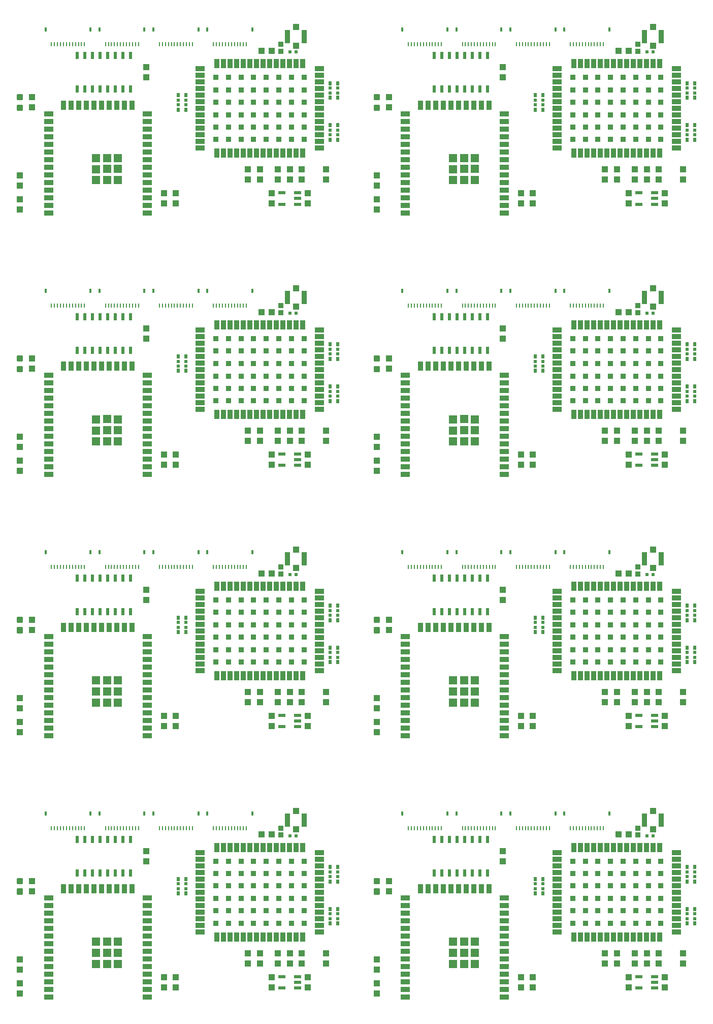
<source format=gtp>
G04 EAGLE Gerber RS-274X export*
G75*
%MOMM*%
%FSLAX34Y34*%
%LPD*%
%INSolderpaste Top*%
%IPPOS*%
%AMOC8*
5,1,8,0,0,1.08239X$1,22.5*%
G01*
%ADD10C,0.300000*%
%ADD11R,1.000000X1.100000*%
%ADD12R,0.900000X0.850000*%
%ADD13R,1.100000X1.000000*%
%ADD14R,0.600000X0.600000*%
%ADD15R,0.850000X1.520000*%
%ADD16R,1.520000X0.850000*%
%ADD17R,0.900000X0.900000*%
%ADD18R,0.550000X0.800000*%
%ADD19R,0.550000X0.500000*%
%ADD20R,0.850000X2.200000*%
%ADD21R,1.000000X1.050000*%
%ADD22R,0.600000X1.200000*%
%ADD23R,0.400000X0.800000*%
%ADD24R,0.250000X0.650000*%
%ADD25R,1.200000X0.550000*%
%ADD26R,1.500000X0.900000*%
%ADD27R,0.900000X1.500000*%
%ADD28R,1.330000X1.330000*%


D10*
X31500Y254730D02*
X38500Y254730D01*
X38500Y247730D01*
X31500Y247730D01*
X31500Y254730D01*
X31500Y250580D02*
X38500Y250580D01*
X38500Y253430D02*
X31500Y253430D01*
X31500Y272270D02*
X38500Y272270D01*
X38500Y265270D01*
X31500Y265270D01*
X31500Y272270D01*
X31500Y268120D02*
X38500Y268120D01*
X38500Y270970D02*
X31500Y270970D01*
D11*
X55000Y268500D03*
X55000Y251500D03*
X505000Y131500D03*
X505000Y148500D03*
X485000Y131500D03*
X485000Y148500D03*
D12*
X470000Y345200D03*
X470000Y356800D03*
D13*
X454500Y346000D03*
X437500Y346000D03*
D11*
X465000Y131500D03*
X465000Y148500D03*
D14*
X495000Y344000D03*
X485000Y344000D03*
D15*
X506500Y324500D03*
X495500Y324500D03*
X484500Y324500D03*
X473500Y324500D03*
X462500Y324500D03*
X451500Y324500D03*
X440500Y324500D03*
X429500Y324500D03*
X418500Y324500D03*
X407500Y324500D03*
X396500Y324500D03*
X385500Y324500D03*
X374500Y324500D03*
X363500Y324500D03*
D16*
X335500Y316000D03*
X335500Y305000D03*
X335500Y294000D03*
X335500Y283000D03*
X335500Y272000D03*
X335500Y261000D03*
X335500Y250000D03*
X335500Y239000D03*
X335500Y228000D03*
X335500Y217000D03*
X335500Y206000D03*
X335500Y195000D03*
X335500Y184000D03*
D15*
X363500Y175500D03*
X374500Y175500D03*
X385500Y175500D03*
X396500Y175500D03*
X407500Y175500D03*
X418500Y175500D03*
X429500Y175500D03*
X440500Y175500D03*
X451500Y175500D03*
X462500Y175500D03*
X473500Y175500D03*
X484500Y175500D03*
X495500Y175500D03*
X506500Y175500D03*
D16*
X534500Y184000D03*
X534500Y195000D03*
X534500Y206000D03*
X534500Y217000D03*
X534500Y228000D03*
X534500Y239000D03*
X534500Y250000D03*
X534500Y261000D03*
X534500Y272000D03*
X534500Y283000D03*
X534500Y294000D03*
X534500Y305000D03*
X534500Y316000D03*
D17*
X445500Y239500D03*
X466500Y239500D03*
X487500Y239500D03*
X508500Y239500D03*
X445500Y219000D03*
X466500Y219000D03*
X487500Y219000D03*
X508500Y219000D03*
X445500Y198500D03*
X466500Y198500D03*
X487500Y198500D03*
X508500Y198500D03*
X445500Y301500D03*
X466500Y301500D03*
X487500Y301500D03*
X508500Y301500D03*
X445500Y281000D03*
X466500Y281000D03*
X487500Y281000D03*
X508500Y281000D03*
X445500Y260500D03*
X466500Y260500D03*
X487500Y260500D03*
X508500Y260500D03*
X361500Y239500D03*
X382500Y239500D03*
X403500Y239500D03*
X424500Y239500D03*
X361500Y219000D03*
X382500Y219000D03*
X403500Y219000D03*
X424500Y219000D03*
X361500Y198500D03*
X382500Y198500D03*
X403500Y198500D03*
X424500Y198500D03*
X361500Y301500D03*
X382500Y301500D03*
X403500Y301500D03*
X424500Y301500D03*
X361500Y281000D03*
X382500Y281000D03*
X403500Y281000D03*
X424500Y281000D03*
X361500Y260500D03*
X382500Y260500D03*
X403500Y260500D03*
X424500Y260500D03*
D11*
X415000Y148500D03*
X415000Y131500D03*
X435000Y131500D03*
X435000Y148500D03*
D18*
X551800Y222000D03*
D19*
X551800Y214000D03*
X551800Y206000D03*
D18*
X551800Y198000D03*
X564800Y198000D03*
D19*
X564800Y206000D03*
X564800Y214000D03*
D18*
X564800Y222000D03*
X551800Y292000D03*
D19*
X551800Y284000D03*
X551800Y276000D03*
D18*
X551800Y268000D03*
X564800Y268000D03*
D19*
X564800Y276000D03*
X564800Y284000D03*
D18*
X564800Y292000D03*
D11*
X545000Y148500D03*
X545000Y131500D03*
X295000Y91500D03*
X295000Y108500D03*
X275000Y91500D03*
X275000Y108500D03*
D18*
X298800Y272000D03*
D19*
X298800Y264000D03*
X298800Y256000D03*
D18*
X298800Y248000D03*
X311800Y248000D03*
D19*
X311800Y256000D03*
X311800Y264000D03*
D18*
X311800Y272000D03*
D11*
X515000Y91500D03*
X515000Y108500D03*
X455000Y108500D03*
X455000Y91500D03*
D20*
X508750Y370000D03*
X481250Y370000D03*
D21*
X495000Y354750D03*
X495000Y385250D03*
D22*
X219450Y338000D03*
X206750Y338000D03*
X194050Y338000D03*
X181350Y338000D03*
X168650Y338000D03*
X155950Y338000D03*
X143250Y338000D03*
X130550Y338000D03*
X130550Y282000D03*
X143250Y282000D03*
X155950Y282000D03*
X168650Y282000D03*
X181350Y282000D03*
X194050Y282000D03*
X206750Y282000D03*
X219450Y282000D03*
D11*
X245100Y301500D03*
X245100Y318500D03*
D23*
X152500Y381500D03*
D24*
X142500Y356500D03*
X137500Y356500D03*
D23*
X77500Y381500D03*
D24*
X132500Y356500D03*
X127500Y356500D03*
X122500Y356500D03*
X117500Y356500D03*
X112500Y356500D03*
X107500Y356500D03*
X102500Y356500D03*
X97500Y356500D03*
X92500Y356500D03*
X87500Y356500D03*
D23*
X242500Y381500D03*
D24*
X232500Y356500D03*
X227500Y356500D03*
D23*
X167500Y381500D03*
D24*
X222500Y356500D03*
X217500Y356500D03*
X212500Y356500D03*
X207500Y356500D03*
X202500Y356500D03*
X197500Y356500D03*
X192500Y356500D03*
X187500Y356500D03*
X182500Y356500D03*
X177500Y356500D03*
D25*
X498001Y90500D03*
X498001Y100000D03*
X498001Y109500D03*
X471999Y109500D03*
X471999Y90500D03*
D23*
X422500Y381500D03*
D24*
X412500Y356500D03*
X407500Y356500D03*
D23*
X347500Y381500D03*
D24*
X402500Y356500D03*
X397500Y356500D03*
X392500Y356500D03*
X387500Y356500D03*
X382500Y356500D03*
X377500Y356500D03*
X372500Y356500D03*
X367500Y356500D03*
X362500Y356500D03*
X357500Y356500D03*
D26*
X247380Y75700D03*
X247380Y88400D03*
X247380Y101100D03*
X247380Y113800D03*
X247380Y126500D03*
X247380Y139200D03*
X247380Y151900D03*
X247380Y164600D03*
X247380Y177300D03*
X247380Y190000D03*
X247380Y202700D03*
X247380Y215400D03*
X247380Y228100D03*
X247380Y240800D03*
D27*
X222150Y255700D03*
X209450Y255700D03*
X196750Y255700D03*
X184050Y255700D03*
X171350Y255700D03*
X158650Y255700D03*
X145950Y255700D03*
X133250Y255700D03*
X120550Y255700D03*
X107850Y255700D03*
D26*
X82620Y240800D03*
X82620Y228100D03*
X82620Y215400D03*
X82620Y202700D03*
X82620Y190000D03*
X82620Y177300D03*
X82620Y164600D03*
X82620Y151900D03*
X82620Y139200D03*
X82620Y126500D03*
X82620Y113800D03*
X82620Y101100D03*
X82620Y88400D03*
X82620Y75700D03*
D28*
X180310Y149120D03*
X161860Y130910D03*
X180160Y130910D03*
X198460Y130910D03*
X198460Y149210D03*
X161760Y148910D03*
X161860Y167510D03*
X180160Y167610D03*
X198460Y167510D03*
D11*
X35000Y81500D03*
X35000Y98500D03*
X35000Y121500D03*
X35000Y138500D03*
D23*
X332500Y381500D03*
D24*
X322500Y356500D03*
X317500Y356500D03*
D23*
X257500Y381500D03*
D24*
X312500Y356500D03*
X307500Y356500D03*
X302500Y356500D03*
X297500Y356500D03*
X292500Y356500D03*
X287500Y356500D03*
X282500Y356500D03*
X277500Y356500D03*
X272500Y356500D03*
X267500Y356500D03*
D10*
X626571Y254730D02*
X633571Y254730D01*
X633571Y247730D01*
X626571Y247730D01*
X626571Y254730D01*
X626571Y250580D02*
X633571Y250580D01*
X633571Y253430D02*
X626571Y253430D01*
X626571Y272270D02*
X633571Y272270D01*
X633571Y265270D01*
X626571Y265270D01*
X626571Y272270D01*
X626571Y268120D02*
X633571Y268120D01*
X633571Y270970D02*
X626571Y270970D01*
D11*
X650071Y268500D03*
X650071Y251500D03*
X1100071Y131500D03*
X1100071Y148500D03*
X1080071Y131500D03*
X1080071Y148500D03*
D12*
X1065071Y345200D03*
X1065071Y356800D03*
D13*
X1049571Y346000D03*
X1032571Y346000D03*
D11*
X1060071Y131500D03*
X1060071Y148500D03*
D14*
X1090071Y344000D03*
X1080071Y344000D03*
D15*
X1101571Y324500D03*
X1090571Y324500D03*
X1079571Y324500D03*
X1068571Y324500D03*
X1057571Y324500D03*
X1046571Y324500D03*
X1035571Y324500D03*
X1024571Y324500D03*
X1013571Y324500D03*
X1002571Y324500D03*
X991571Y324500D03*
X980571Y324500D03*
X969571Y324500D03*
X958571Y324500D03*
D16*
X930571Y316000D03*
X930571Y305000D03*
X930571Y294000D03*
X930571Y283000D03*
X930571Y272000D03*
X930571Y261000D03*
X930571Y250000D03*
X930571Y239000D03*
X930571Y228000D03*
X930571Y217000D03*
X930571Y206000D03*
X930571Y195000D03*
X930571Y184000D03*
D15*
X958571Y175500D03*
X969571Y175500D03*
X980571Y175500D03*
X991571Y175500D03*
X1002571Y175500D03*
X1013571Y175500D03*
X1024571Y175500D03*
X1035571Y175500D03*
X1046571Y175500D03*
X1057571Y175500D03*
X1068571Y175500D03*
X1079571Y175500D03*
X1090571Y175500D03*
X1101571Y175500D03*
D16*
X1129571Y184000D03*
X1129571Y195000D03*
X1129571Y206000D03*
X1129571Y217000D03*
X1129571Y228000D03*
X1129571Y239000D03*
X1129571Y250000D03*
X1129571Y261000D03*
X1129571Y272000D03*
X1129571Y283000D03*
X1129571Y294000D03*
X1129571Y305000D03*
X1129571Y316000D03*
D17*
X1040571Y239500D03*
X1061571Y239500D03*
X1082571Y239500D03*
X1103571Y239500D03*
X1040571Y219000D03*
X1061571Y219000D03*
X1082571Y219000D03*
X1103571Y219000D03*
X1040571Y198500D03*
X1061571Y198500D03*
X1082571Y198500D03*
X1103571Y198500D03*
X1040571Y301500D03*
X1061571Y301500D03*
X1082571Y301500D03*
X1103571Y301500D03*
X1040571Y281000D03*
X1061571Y281000D03*
X1082571Y281000D03*
X1103571Y281000D03*
X1040571Y260500D03*
X1061571Y260500D03*
X1082571Y260500D03*
X1103571Y260500D03*
X956571Y239500D03*
X977571Y239500D03*
X998571Y239500D03*
X1019571Y239500D03*
X956571Y219000D03*
X977571Y219000D03*
X998571Y219000D03*
X1019571Y219000D03*
X956571Y198500D03*
X977571Y198500D03*
X998571Y198500D03*
X1019571Y198500D03*
X956571Y301500D03*
X977571Y301500D03*
X998571Y301500D03*
X1019571Y301500D03*
X956571Y281000D03*
X977571Y281000D03*
X998571Y281000D03*
X1019571Y281000D03*
X956571Y260500D03*
X977571Y260500D03*
X998571Y260500D03*
X1019571Y260500D03*
D11*
X1010071Y148500D03*
X1010071Y131500D03*
X1030071Y131500D03*
X1030071Y148500D03*
D18*
X1146871Y222000D03*
D19*
X1146871Y214000D03*
X1146871Y206000D03*
D18*
X1146871Y198000D03*
X1159871Y198000D03*
D19*
X1159871Y206000D03*
X1159871Y214000D03*
D18*
X1159871Y222000D03*
X1146871Y292000D03*
D19*
X1146871Y284000D03*
X1146871Y276000D03*
D18*
X1146871Y268000D03*
X1159871Y268000D03*
D19*
X1159871Y276000D03*
X1159871Y284000D03*
D18*
X1159871Y292000D03*
D11*
X1140071Y148500D03*
X1140071Y131500D03*
X890071Y91500D03*
X890071Y108500D03*
X870071Y91500D03*
X870071Y108500D03*
D18*
X893871Y272000D03*
D19*
X893871Y264000D03*
X893871Y256000D03*
D18*
X893871Y248000D03*
X906871Y248000D03*
D19*
X906871Y256000D03*
X906871Y264000D03*
D18*
X906871Y272000D03*
D11*
X1110071Y91500D03*
X1110071Y108500D03*
X1050071Y108500D03*
X1050071Y91500D03*
D20*
X1103821Y370000D03*
X1076321Y370000D03*
D21*
X1090071Y354750D03*
X1090071Y385250D03*
D22*
X814521Y338000D03*
X801821Y338000D03*
X789121Y338000D03*
X776421Y338000D03*
X763721Y338000D03*
X751021Y338000D03*
X738321Y338000D03*
X725621Y338000D03*
X725621Y282000D03*
X738321Y282000D03*
X751021Y282000D03*
X763721Y282000D03*
X776421Y282000D03*
X789121Y282000D03*
X801821Y282000D03*
X814521Y282000D03*
D11*
X840171Y301500D03*
X840171Y318500D03*
D23*
X747571Y381500D03*
D24*
X737571Y356500D03*
X732571Y356500D03*
D23*
X672571Y381500D03*
D24*
X727571Y356500D03*
X722571Y356500D03*
X717571Y356500D03*
X712571Y356500D03*
X707571Y356500D03*
X702571Y356500D03*
X697571Y356500D03*
X692571Y356500D03*
X687571Y356500D03*
X682571Y356500D03*
D23*
X837571Y381500D03*
D24*
X827571Y356500D03*
X822571Y356500D03*
D23*
X762571Y381500D03*
D24*
X817571Y356500D03*
X812571Y356500D03*
X807571Y356500D03*
X802571Y356500D03*
X797571Y356500D03*
X792571Y356500D03*
X787571Y356500D03*
X782571Y356500D03*
X777571Y356500D03*
X772571Y356500D03*
D25*
X1093072Y90500D03*
X1093072Y100000D03*
X1093072Y109500D03*
X1067070Y109500D03*
X1067070Y90500D03*
D23*
X1017571Y381500D03*
D24*
X1007571Y356500D03*
X1002571Y356500D03*
D23*
X942571Y381500D03*
D24*
X997571Y356500D03*
X992571Y356500D03*
X987571Y356500D03*
X982571Y356500D03*
X977571Y356500D03*
X972571Y356500D03*
X967571Y356500D03*
X962571Y356500D03*
X957571Y356500D03*
X952571Y356500D03*
D26*
X842451Y75700D03*
X842451Y88400D03*
X842451Y101100D03*
X842451Y113800D03*
X842451Y126500D03*
X842451Y139200D03*
X842451Y151900D03*
X842451Y164600D03*
X842451Y177300D03*
X842451Y190000D03*
X842451Y202700D03*
X842451Y215400D03*
X842451Y228100D03*
X842451Y240800D03*
D27*
X817221Y255700D03*
X804521Y255700D03*
X791821Y255700D03*
X779121Y255700D03*
X766421Y255700D03*
X753721Y255700D03*
X741021Y255700D03*
X728321Y255700D03*
X715621Y255700D03*
X702921Y255700D03*
D26*
X677691Y240800D03*
X677691Y228100D03*
X677691Y215400D03*
X677691Y202700D03*
X677691Y190000D03*
X677691Y177300D03*
X677691Y164600D03*
X677691Y151900D03*
X677691Y139200D03*
X677691Y126500D03*
X677691Y113800D03*
X677691Y101100D03*
X677691Y88400D03*
X677691Y75700D03*
D28*
X775381Y149120D03*
X756931Y130910D03*
X775231Y130910D03*
X793531Y130910D03*
X793531Y149210D03*
X756831Y148910D03*
X756931Y167510D03*
X775231Y167610D03*
X793531Y167510D03*
D11*
X630071Y81500D03*
X630071Y98500D03*
X630071Y121500D03*
X630071Y138500D03*
D23*
X927571Y381500D03*
D24*
X917571Y356500D03*
X912571Y356500D03*
D23*
X852571Y381500D03*
D24*
X907571Y356500D03*
X902571Y356500D03*
X897571Y356500D03*
X892571Y356500D03*
X887571Y356500D03*
X882571Y356500D03*
X877571Y356500D03*
X872571Y356500D03*
X867571Y356500D03*
X862571Y356500D03*
D10*
X38500Y689807D02*
X31500Y689807D01*
X38500Y689807D02*
X38500Y682807D01*
X31500Y682807D01*
X31500Y689807D01*
X31500Y685657D02*
X38500Y685657D01*
X38500Y688507D02*
X31500Y688507D01*
X31500Y707347D02*
X38500Y707347D01*
X38500Y700347D01*
X31500Y700347D01*
X31500Y707347D01*
X31500Y703197D02*
X38500Y703197D01*
X38500Y706047D02*
X31500Y706047D01*
D11*
X55000Y703577D03*
X55000Y686577D03*
X505000Y566577D03*
X505000Y583577D03*
X485000Y566577D03*
X485000Y583577D03*
D12*
X470000Y780277D03*
X470000Y791877D03*
D13*
X454500Y781077D03*
X437500Y781077D03*
D11*
X465000Y566577D03*
X465000Y583577D03*
D14*
X495000Y779077D03*
X485000Y779077D03*
D15*
X506500Y759577D03*
X495500Y759577D03*
X484500Y759577D03*
X473500Y759577D03*
X462500Y759577D03*
X451500Y759577D03*
X440500Y759577D03*
X429500Y759577D03*
X418500Y759577D03*
X407500Y759577D03*
X396500Y759577D03*
X385500Y759577D03*
X374500Y759577D03*
X363500Y759577D03*
D16*
X335500Y751077D03*
X335500Y740077D03*
X335500Y729077D03*
X335500Y718077D03*
X335500Y707077D03*
X335500Y696077D03*
X335500Y685077D03*
X335500Y674077D03*
X335500Y663077D03*
X335500Y652077D03*
X335500Y641077D03*
X335500Y630077D03*
X335500Y619077D03*
D15*
X363500Y610577D03*
X374500Y610577D03*
X385500Y610577D03*
X396500Y610577D03*
X407500Y610577D03*
X418500Y610577D03*
X429500Y610577D03*
X440500Y610577D03*
X451500Y610577D03*
X462500Y610577D03*
X473500Y610577D03*
X484500Y610577D03*
X495500Y610577D03*
X506500Y610577D03*
D16*
X534500Y619077D03*
X534500Y630077D03*
X534500Y641077D03*
X534500Y652077D03*
X534500Y663077D03*
X534500Y674077D03*
X534500Y685077D03*
X534500Y696077D03*
X534500Y707077D03*
X534500Y718077D03*
X534500Y729077D03*
X534500Y740077D03*
X534500Y751077D03*
D17*
X445500Y674577D03*
X466500Y674577D03*
X487500Y674577D03*
X508500Y674577D03*
X445500Y654077D03*
X466500Y654077D03*
X487500Y654077D03*
X508500Y654077D03*
X445500Y633577D03*
X466500Y633577D03*
X487500Y633577D03*
X508500Y633577D03*
X445500Y736577D03*
X466500Y736577D03*
X487500Y736577D03*
X508500Y736577D03*
X445500Y716077D03*
X466500Y716077D03*
X487500Y716077D03*
X508500Y716077D03*
X445500Y695577D03*
X466500Y695577D03*
X487500Y695577D03*
X508500Y695577D03*
X361500Y674577D03*
X382500Y674577D03*
X403500Y674577D03*
X424500Y674577D03*
X361500Y654077D03*
X382500Y654077D03*
X403500Y654077D03*
X424500Y654077D03*
X361500Y633577D03*
X382500Y633577D03*
X403500Y633577D03*
X424500Y633577D03*
X361500Y736577D03*
X382500Y736577D03*
X403500Y736577D03*
X424500Y736577D03*
X361500Y716077D03*
X382500Y716077D03*
X403500Y716077D03*
X424500Y716077D03*
X361500Y695577D03*
X382500Y695577D03*
X403500Y695577D03*
X424500Y695577D03*
D11*
X415000Y583577D03*
X415000Y566577D03*
X435000Y566577D03*
X435000Y583577D03*
D18*
X551800Y657077D03*
D19*
X551800Y649077D03*
X551800Y641077D03*
D18*
X551800Y633077D03*
X564800Y633077D03*
D19*
X564800Y641077D03*
X564800Y649077D03*
D18*
X564800Y657077D03*
X551800Y727077D03*
D19*
X551800Y719077D03*
X551800Y711077D03*
D18*
X551800Y703077D03*
X564800Y703077D03*
D19*
X564800Y711077D03*
X564800Y719077D03*
D18*
X564800Y727077D03*
D11*
X545000Y583577D03*
X545000Y566577D03*
X295000Y526577D03*
X295000Y543577D03*
X275000Y526577D03*
X275000Y543577D03*
D18*
X298800Y707077D03*
D19*
X298800Y699077D03*
X298800Y691077D03*
D18*
X298800Y683077D03*
X311800Y683077D03*
D19*
X311800Y691077D03*
X311800Y699077D03*
D18*
X311800Y707077D03*
D11*
X515000Y526577D03*
X515000Y543577D03*
X455000Y543577D03*
X455000Y526577D03*
D20*
X508750Y805077D03*
X481250Y805077D03*
D21*
X495000Y789827D03*
X495000Y820327D03*
D22*
X219450Y773077D03*
X206750Y773077D03*
X194050Y773077D03*
X181350Y773077D03*
X168650Y773077D03*
X155950Y773077D03*
X143250Y773077D03*
X130550Y773077D03*
X130550Y717077D03*
X143250Y717077D03*
X155950Y717077D03*
X168650Y717077D03*
X181350Y717077D03*
X194050Y717077D03*
X206750Y717077D03*
X219450Y717077D03*
D11*
X245100Y736577D03*
X245100Y753577D03*
D23*
X152500Y816577D03*
D24*
X142500Y791577D03*
X137500Y791577D03*
D23*
X77500Y816577D03*
D24*
X132500Y791577D03*
X127500Y791577D03*
X122500Y791577D03*
X117500Y791577D03*
X112500Y791577D03*
X107500Y791577D03*
X102500Y791577D03*
X97500Y791577D03*
X92500Y791577D03*
X87500Y791577D03*
D23*
X242500Y816577D03*
D24*
X232500Y791577D03*
X227500Y791577D03*
D23*
X167500Y816577D03*
D24*
X222500Y791577D03*
X217500Y791577D03*
X212500Y791577D03*
X207500Y791577D03*
X202500Y791577D03*
X197500Y791577D03*
X192500Y791577D03*
X187500Y791577D03*
X182500Y791577D03*
X177500Y791577D03*
D25*
X498001Y525577D03*
X498001Y535077D03*
X498001Y544577D03*
X471999Y544577D03*
X471999Y525577D03*
D23*
X422500Y816577D03*
D24*
X412500Y791577D03*
X407500Y791577D03*
D23*
X347500Y816577D03*
D24*
X402500Y791577D03*
X397500Y791577D03*
X392500Y791577D03*
X387500Y791577D03*
X382500Y791577D03*
X377500Y791577D03*
X372500Y791577D03*
X367500Y791577D03*
X362500Y791577D03*
X357500Y791577D03*
D26*
X247380Y510777D03*
X247380Y523477D03*
X247380Y536177D03*
X247380Y548877D03*
X247380Y561577D03*
X247380Y574277D03*
X247380Y586977D03*
X247380Y599677D03*
X247380Y612377D03*
X247380Y625077D03*
X247380Y637777D03*
X247380Y650477D03*
X247380Y663177D03*
X247380Y675877D03*
D27*
X222150Y690777D03*
X209450Y690777D03*
X196750Y690777D03*
X184050Y690777D03*
X171350Y690777D03*
X158650Y690777D03*
X145950Y690777D03*
X133250Y690777D03*
X120550Y690777D03*
X107850Y690777D03*
D26*
X82620Y675877D03*
X82620Y663177D03*
X82620Y650477D03*
X82620Y637777D03*
X82620Y625077D03*
X82620Y612377D03*
X82620Y599677D03*
X82620Y586977D03*
X82620Y574277D03*
X82620Y561577D03*
X82620Y548877D03*
X82620Y536177D03*
X82620Y523477D03*
X82620Y510777D03*
D28*
X180310Y584197D03*
X161860Y565987D03*
X180160Y565987D03*
X198460Y565987D03*
X198460Y584287D03*
X161760Y583987D03*
X161860Y602587D03*
X180160Y602687D03*
X198460Y602587D03*
D11*
X35000Y516577D03*
X35000Y533577D03*
X35000Y556577D03*
X35000Y573577D03*
D23*
X332500Y816577D03*
D24*
X322500Y791577D03*
X317500Y791577D03*
D23*
X257500Y816577D03*
D24*
X312500Y791577D03*
X307500Y791577D03*
X302500Y791577D03*
X297500Y791577D03*
X292500Y791577D03*
X287500Y791577D03*
X282500Y791577D03*
X277500Y791577D03*
X272500Y791577D03*
X267500Y791577D03*
D10*
X626571Y689807D02*
X633571Y689807D01*
X633571Y682807D01*
X626571Y682807D01*
X626571Y689807D01*
X626571Y685657D02*
X633571Y685657D01*
X633571Y688507D02*
X626571Y688507D01*
X626571Y707347D02*
X633571Y707347D01*
X633571Y700347D01*
X626571Y700347D01*
X626571Y707347D01*
X626571Y703197D02*
X633571Y703197D01*
X633571Y706047D02*
X626571Y706047D01*
D11*
X650071Y703577D03*
X650071Y686577D03*
X1100071Y566577D03*
X1100071Y583577D03*
X1080071Y566577D03*
X1080071Y583577D03*
D12*
X1065071Y780277D03*
X1065071Y791877D03*
D13*
X1049571Y781077D03*
X1032571Y781077D03*
D11*
X1060071Y566577D03*
X1060071Y583577D03*
D14*
X1090071Y779077D03*
X1080071Y779077D03*
D15*
X1101571Y759577D03*
X1090571Y759577D03*
X1079571Y759577D03*
X1068571Y759577D03*
X1057571Y759577D03*
X1046571Y759577D03*
X1035571Y759577D03*
X1024571Y759577D03*
X1013571Y759577D03*
X1002571Y759577D03*
X991571Y759577D03*
X980571Y759577D03*
X969571Y759577D03*
X958571Y759577D03*
D16*
X930571Y751077D03*
X930571Y740077D03*
X930571Y729077D03*
X930571Y718077D03*
X930571Y707077D03*
X930571Y696077D03*
X930571Y685077D03*
X930571Y674077D03*
X930571Y663077D03*
X930571Y652077D03*
X930571Y641077D03*
X930571Y630077D03*
X930571Y619077D03*
D15*
X958571Y610577D03*
X969571Y610577D03*
X980571Y610577D03*
X991571Y610577D03*
X1002571Y610577D03*
X1013571Y610577D03*
X1024571Y610577D03*
X1035571Y610577D03*
X1046571Y610577D03*
X1057571Y610577D03*
X1068571Y610577D03*
X1079571Y610577D03*
X1090571Y610577D03*
X1101571Y610577D03*
D16*
X1129571Y619077D03*
X1129571Y630077D03*
X1129571Y641077D03*
X1129571Y652077D03*
X1129571Y663077D03*
X1129571Y674077D03*
X1129571Y685077D03*
X1129571Y696077D03*
X1129571Y707077D03*
X1129571Y718077D03*
X1129571Y729077D03*
X1129571Y740077D03*
X1129571Y751077D03*
D17*
X1040571Y674577D03*
X1061571Y674577D03*
X1082571Y674577D03*
X1103571Y674577D03*
X1040571Y654077D03*
X1061571Y654077D03*
X1082571Y654077D03*
X1103571Y654077D03*
X1040571Y633577D03*
X1061571Y633577D03*
X1082571Y633577D03*
X1103571Y633577D03*
X1040571Y736577D03*
X1061571Y736577D03*
X1082571Y736577D03*
X1103571Y736577D03*
X1040571Y716077D03*
X1061571Y716077D03*
X1082571Y716077D03*
X1103571Y716077D03*
X1040571Y695577D03*
X1061571Y695577D03*
X1082571Y695577D03*
X1103571Y695577D03*
X956571Y674577D03*
X977571Y674577D03*
X998571Y674577D03*
X1019571Y674577D03*
X956571Y654077D03*
X977571Y654077D03*
X998571Y654077D03*
X1019571Y654077D03*
X956571Y633577D03*
X977571Y633577D03*
X998571Y633577D03*
X1019571Y633577D03*
X956571Y736577D03*
X977571Y736577D03*
X998571Y736577D03*
X1019571Y736577D03*
X956571Y716077D03*
X977571Y716077D03*
X998571Y716077D03*
X1019571Y716077D03*
X956571Y695577D03*
X977571Y695577D03*
X998571Y695577D03*
X1019571Y695577D03*
D11*
X1010071Y583577D03*
X1010071Y566577D03*
X1030071Y566577D03*
X1030071Y583577D03*
D18*
X1146871Y657077D03*
D19*
X1146871Y649077D03*
X1146871Y641077D03*
D18*
X1146871Y633077D03*
X1159871Y633077D03*
D19*
X1159871Y641077D03*
X1159871Y649077D03*
D18*
X1159871Y657077D03*
X1146871Y727077D03*
D19*
X1146871Y719077D03*
X1146871Y711077D03*
D18*
X1146871Y703077D03*
X1159871Y703077D03*
D19*
X1159871Y711077D03*
X1159871Y719077D03*
D18*
X1159871Y727077D03*
D11*
X1140071Y583577D03*
X1140071Y566577D03*
X890071Y526577D03*
X890071Y543577D03*
X870071Y526577D03*
X870071Y543577D03*
D18*
X893871Y707077D03*
D19*
X893871Y699077D03*
X893871Y691077D03*
D18*
X893871Y683077D03*
X906871Y683077D03*
D19*
X906871Y691077D03*
X906871Y699077D03*
D18*
X906871Y707077D03*
D11*
X1110071Y526577D03*
X1110071Y543577D03*
X1050071Y543577D03*
X1050071Y526577D03*
D20*
X1103821Y805077D03*
X1076321Y805077D03*
D21*
X1090071Y789827D03*
X1090071Y820327D03*
D22*
X814521Y773077D03*
X801821Y773077D03*
X789121Y773077D03*
X776421Y773077D03*
X763721Y773077D03*
X751021Y773077D03*
X738321Y773077D03*
X725621Y773077D03*
X725621Y717077D03*
X738321Y717077D03*
X751021Y717077D03*
X763721Y717077D03*
X776421Y717077D03*
X789121Y717077D03*
X801821Y717077D03*
X814521Y717077D03*
D11*
X840171Y736577D03*
X840171Y753577D03*
D23*
X747571Y816577D03*
D24*
X737571Y791577D03*
X732571Y791577D03*
D23*
X672571Y816577D03*
D24*
X727571Y791577D03*
X722571Y791577D03*
X717571Y791577D03*
X712571Y791577D03*
X707571Y791577D03*
X702571Y791577D03*
X697571Y791577D03*
X692571Y791577D03*
X687571Y791577D03*
X682571Y791577D03*
D23*
X837571Y816577D03*
D24*
X827571Y791577D03*
X822571Y791577D03*
D23*
X762571Y816577D03*
D24*
X817571Y791577D03*
X812571Y791577D03*
X807571Y791577D03*
X802571Y791577D03*
X797571Y791577D03*
X792571Y791577D03*
X787571Y791577D03*
X782571Y791577D03*
X777571Y791577D03*
X772571Y791577D03*
D25*
X1093072Y525577D03*
X1093072Y535077D03*
X1093072Y544577D03*
X1067070Y544577D03*
X1067070Y525577D03*
D23*
X1017571Y816577D03*
D24*
X1007571Y791577D03*
X1002571Y791577D03*
D23*
X942571Y816577D03*
D24*
X997571Y791577D03*
X992571Y791577D03*
X987571Y791577D03*
X982571Y791577D03*
X977571Y791577D03*
X972571Y791577D03*
X967571Y791577D03*
X962571Y791577D03*
X957571Y791577D03*
X952571Y791577D03*
D26*
X842451Y510777D03*
X842451Y523477D03*
X842451Y536177D03*
X842451Y548877D03*
X842451Y561577D03*
X842451Y574277D03*
X842451Y586977D03*
X842451Y599677D03*
X842451Y612377D03*
X842451Y625077D03*
X842451Y637777D03*
X842451Y650477D03*
X842451Y663177D03*
X842451Y675877D03*
D27*
X817221Y690777D03*
X804521Y690777D03*
X791821Y690777D03*
X779121Y690777D03*
X766421Y690777D03*
X753721Y690777D03*
X741021Y690777D03*
X728321Y690777D03*
X715621Y690777D03*
X702921Y690777D03*
D26*
X677691Y675877D03*
X677691Y663177D03*
X677691Y650477D03*
X677691Y637777D03*
X677691Y625077D03*
X677691Y612377D03*
X677691Y599677D03*
X677691Y586977D03*
X677691Y574277D03*
X677691Y561577D03*
X677691Y548877D03*
X677691Y536177D03*
X677691Y523477D03*
X677691Y510777D03*
D28*
X775381Y584197D03*
X756931Y565987D03*
X775231Y565987D03*
X793531Y565987D03*
X793531Y584287D03*
X756831Y583987D03*
X756931Y602587D03*
X775231Y602687D03*
X793531Y602587D03*
D11*
X630071Y516577D03*
X630071Y533577D03*
X630071Y556577D03*
X630071Y573577D03*
D23*
X927571Y816577D03*
D24*
X917571Y791577D03*
X912571Y791577D03*
D23*
X852571Y816577D03*
D24*
X907571Y791577D03*
X902571Y791577D03*
X897571Y791577D03*
X892571Y791577D03*
X887571Y791577D03*
X882571Y791577D03*
X877571Y791577D03*
X872571Y791577D03*
X867571Y791577D03*
X862571Y791577D03*
D10*
X38500Y1124883D02*
X31500Y1124883D01*
X38500Y1124883D02*
X38500Y1117883D01*
X31500Y1117883D01*
X31500Y1124883D01*
X31500Y1120733D02*
X38500Y1120733D01*
X38500Y1123583D02*
X31500Y1123583D01*
X31500Y1142423D02*
X38500Y1142423D01*
X38500Y1135423D01*
X31500Y1135423D01*
X31500Y1142423D01*
X31500Y1138273D02*
X38500Y1138273D01*
X38500Y1141123D02*
X31500Y1141123D01*
D11*
X55000Y1138653D03*
X55000Y1121653D03*
X505000Y1001653D03*
X505000Y1018653D03*
X485000Y1001653D03*
X485000Y1018653D03*
D12*
X470000Y1215353D03*
X470000Y1226953D03*
D13*
X454500Y1216153D03*
X437500Y1216153D03*
D11*
X465000Y1001653D03*
X465000Y1018653D03*
D14*
X495000Y1214153D03*
X485000Y1214153D03*
D15*
X506500Y1194653D03*
X495500Y1194653D03*
X484500Y1194653D03*
X473500Y1194653D03*
X462500Y1194653D03*
X451500Y1194653D03*
X440500Y1194653D03*
X429500Y1194653D03*
X418500Y1194653D03*
X407500Y1194653D03*
X396500Y1194653D03*
X385500Y1194653D03*
X374500Y1194653D03*
X363500Y1194653D03*
D16*
X335500Y1186153D03*
X335500Y1175153D03*
X335500Y1164153D03*
X335500Y1153153D03*
X335500Y1142153D03*
X335500Y1131153D03*
X335500Y1120153D03*
X335500Y1109153D03*
X335500Y1098153D03*
X335500Y1087153D03*
X335500Y1076153D03*
X335500Y1065153D03*
X335500Y1054153D03*
D15*
X363500Y1045653D03*
X374500Y1045653D03*
X385500Y1045653D03*
X396500Y1045653D03*
X407500Y1045653D03*
X418500Y1045653D03*
X429500Y1045653D03*
X440500Y1045653D03*
X451500Y1045653D03*
X462500Y1045653D03*
X473500Y1045653D03*
X484500Y1045653D03*
X495500Y1045653D03*
X506500Y1045653D03*
D16*
X534500Y1054153D03*
X534500Y1065153D03*
X534500Y1076153D03*
X534500Y1087153D03*
X534500Y1098153D03*
X534500Y1109153D03*
X534500Y1120153D03*
X534500Y1131153D03*
X534500Y1142153D03*
X534500Y1153153D03*
X534500Y1164153D03*
X534500Y1175153D03*
X534500Y1186153D03*
D17*
X445500Y1109653D03*
X466500Y1109653D03*
X487500Y1109653D03*
X508500Y1109653D03*
X445500Y1089153D03*
X466500Y1089153D03*
X487500Y1089153D03*
X508500Y1089153D03*
X445500Y1068653D03*
X466500Y1068653D03*
X487500Y1068653D03*
X508500Y1068653D03*
X445500Y1171653D03*
X466500Y1171653D03*
X487500Y1171653D03*
X508500Y1171653D03*
X445500Y1151153D03*
X466500Y1151153D03*
X487500Y1151153D03*
X508500Y1151153D03*
X445500Y1130653D03*
X466500Y1130653D03*
X487500Y1130653D03*
X508500Y1130653D03*
X361500Y1109653D03*
X382500Y1109653D03*
X403500Y1109653D03*
X424500Y1109653D03*
X361500Y1089153D03*
X382500Y1089153D03*
X403500Y1089153D03*
X424500Y1089153D03*
X361500Y1068653D03*
X382500Y1068653D03*
X403500Y1068653D03*
X424500Y1068653D03*
X361500Y1171653D03*
X382500Y1171653D03*
X403500Y1171653D03*
X424500Y1171653D03*
X361500Y1151153D03*
X382500Y1151153D03*
X403500Y1151153D03*
X424500Y1151153D03*
X361500Y1130653D03*
X382500Y1130653D03*
X403500Y1130653D03*
X424500Y1130653D03*
D11*
X415000Y1018653D03*
X415000Y1001653D03*
X435000Y1001653D03*
X435000Y1018653D03*
D18*
X551800Y1092153D03*
D19*
X551800Y1084153D03*
X551800Y1076153D03*
D18*
X551800Y1068153D03*
X564800Y1068153D03*
D19*
X564800Y1076153D03*
X564800Y1084153D03*
D18*
X564800Y1092153D03*
X551800Y1162153D03*
D19*
X551800Y1154153D03*
X551800Y1146153D03*
D18*
X551800Y1138153D03*
X564800Y1138153D03*
D19*
X564800Y1146153D03*
X564800Y1154153D03*
D18*
X564800Y1162153D03*
D11*
X545000Y1018653D03*
X545000Y1001653D03*
X295000Y961653D03*
X295000Y978653D03*
X275000Y961653D03*
X275000Y978653D03*
D18*
X298800Y1142153D03*
D19*
X298800Y1134153D03*
X298800Y1126153D03*
D18*
X298800Y1118153D03*
X311800Y1118153D03*
D19*
X311800Y1126153D03*
X311800Y1134153D03*
D18*
X311800Y1142153D03*
D11*
X515000Y961653D03*
X515000Y978653D03*
X455000Y978653D03*
X455000Y961653D03*
D20*
X508750Y1240153D03*
X481250Y1240153D03*
D21*
X495000Y1224903D03*
X495000Y1255403D03*
D22*
X219450Y1208153D03*
X206750Y1208153D03*
X194050Y1208153D03*
X181350Y1208153D03*
X168650Y1208153D03*
X155950Y1208153D03*
X143250Y1208153D03*
X130550Y1208153D03*
X130550Y1152153D03*
X143250Y1152153D03*
X155950Y1152153D03*
X168650Y1152153D03*
X181350Y1152153D03*
X194050Y1152153D03*
X206750Y1152153D03*
X219450Y1152153D03*
D11*
X245100Y1171653D03*
X245100Y1188653D03*
D23*
X152500Y1251653D03*
D24*
X142500Y1226653D03*
X137500Y1226653D03*
D23*
X77500Y1251653D03*
D24*
X132500Y1226653D03*
X127500Y1226653D03*
X122500Y1226653D03*
X117500Y1226653D03*
X112500Y1226653D03*
X107500Y1226653D03*
X102500Y1226653D03*
X97500Y1226653D03*
X92500Y1226653D03*
X87500Y1226653D03*
D23*
X242500Y1251653D03*
D24*
X232500Y1226653D03*
X227500Y1226653D03*
D23*
X167500Y1251653D03*
D24*
X222500Y1226653D03*
X217500Y1226653D03*
X212500Y1226653D03*
X207500Y1226653D03*
X202500Y1226653D03*
X197500Y1226653D03*
X192500Y1226653D03*
X187500Y1226653D03*
X182500Y1226653D03*
X177500Y1226653D03*
D25*
X498001Y960653D03*
X498001Y970153D03*
X498001Y979653D03*
X471999Y979653D03*
X471999Y960653D03*
D23*
X422500Y1251653D03*
D24*
X412500Y1226653D03*
X407500Y1226653D03*
D23*
X347500Y1251653D03*
D24*
X402500Y1226653D03*
X397500Y1226653D03*
X392500Y1226653D03*
X387500Y1226653D03*
X382500Y1226653D03*
X377500Y1226653D03*
X372500Y1226653D03*
X367500Y1226653D03*
X362500Y1226653D03*
X357500Y1226653D03*
D26*
X247380Y945853D03*
X247380Y958553D03*
X247380Y971253D03*
X247380Y983953D03*
X247380Y996653D03*
X247380Y1009353D03*
X247380Y1022053D03*
X247380Y1034753D03*
X247380Y1047453D03*
X247380Y1060153D03*
X247380Y1072853D03*
X247380Y1085553D03*
X247380Y1098253D03*
X247380Y1110953D03*
D27*
X222150Y1125853D03*
X209450Y1125853D03*
X196750Y1125853D03*
X184050Y1125853D03*
X171350Y1125853D03*
X158650Y1125853D03*
X145950Y1125853D03*
X133250Y1125853D03*
X120550Y1125853D03*
X107850Y1125853D03*
D26*
X82620Y1110953D03*
X82620Y1098253D03*
X82620Y1085553D03*
X82620Y1072853D03*
X82620Y1060153D03*
X82620Y1047453D03*
X82620Y1034753D03*
X82620Y1022053D03*
X82620Y1009353D03*
X82620Y996653D03*
X82620Y983953D03*
X82620Y971253D03*
X82620Y958553D03*
X82620Y945853D03*
D28*
X180310Y1019273D03*
X161860Y1001063D03*
X180160Y1001063D03*
X198460Y1001063D03*
X198460Y1019363D03*
X161760Y1019063D03*
X161860Y1037663D03*
X180160Y1037763D03*
X198460Y1037663D03*
D11*
X35000Y951653D03*
X35000Y968653D03*
X35000Y991653D03*
X35000Y1008653D03*
D23*
X332500Y1251653D03*
D24*
X322500Y1226653D03*
X317500Y1226653D03*
D23*
X257500Y1251653D03*
D24*
X312500Y1226653D03*
X307500Y1226653D03*
X302500Y1226653D03*
X297500Y1226653D03*
X292500Y1226653D03*
X287500Y1226653D03*
X282500Y1226653D03*
X277500Y1226653D03*
X272500Y1226653D03*
X267500Y1226653D03*
D10*
X626571Y1124883D02*
X633571Y1124883D01*
X633571Y1117883D01*
X626571Y1117883D01*
X626571Y1124883D01*
X626571Y1120733D02*
X633571Y1120733D01*
X633571Y1123583D02*
X626571Y1123583D01*
X626571Y1142423D02*
X633571Y1142423D01*
X633571Y1135423D01*
X626571Y1135423D01*
X626571Y1142423D01*
X626571Y1138273D02*
X633571Y1138273D01*
X633571Y1141123D02*
X626571Y1141123D01*
D11*
X650071Y1138653D03*
X650071Y1121653D03*
X1100071Y1001653D03*
X1100071Y1018653D03*
X1080071Y1001653D03*
X1080071Y1018653D03*
D12*
X1065071Y1215353D03*
X1065071Y1226953D03*
D13*
X1049571Y1216153D03*
X1032571Y1216153D03*
D11*
X1060071Y1001653D03*
X1060071Y1018653D03*
D14*
X1090071Y1214153D03*
X1080071Y1214153D03*
D15*
X1101571Y1194653D03*
X1090571Y1194653D03*
X1079571Y1194653D03*
X1068571Y1194653D03*
X1057571Y1194653D03*
X1046571Y1194653D03*
X1035571Y1194653D03*
X1024571Y1194653D03*
X1013571Y1194653D03*
X1002571Y1194653D03*
X991571Y1194653D03*
X980571Y1194653D03*
X969571Y1194653D03*
X958571Y1194653D03*
D16*
X930571Y1186153D03*
X930571Y1175153D03*
X930571Y1164153D03*
X930571Y1153153D03*
X930571Y1142153D03*
X930571Y1131153D03*
X930571Y1120153D03*
X930571Y1109153D03*
X930571Y1098153D03*
X930571Y1087153D03*
X930571Y1076153D03*
X930571Y1065153D03*
X930571Y1054153D03*
D15*
X958571Y1045653D03*
X969571Y1045653D03*
X980571Y1045653D03*
X991571Y1045653D03*
X1002571Y1045653D03*
X1013571Y1045653D03*
X1024571Y1045653D03*
X1035571Y1045653D03*
X1046571Y1045653D03*
X1057571Y1045653D03*
X1068571Y1045653D03*
X1079571Y1045653D03*
X1090571Y1045653D03*
X1101571Y1045653D03*
D16*
X1129571Y1054153D03*
X1129571Y1065153D03*
X1129571Y1076153D03*
X1129571Y1087153D03*
X1129571Y1098153D03*
X1129571Y1109153D03*
X1129571Y1120153D03*
X1129571Y1131153D03*
X1129571Y1142153D03*
X1129571Y1153153D03*
X1129571Y1164153D03*
X1129571Y1175153D03*
X1129571Y1186153D03*
D17*
X1040571Y1109653D03*
X1061571Y1109653D03*
X1082571Y1109653D03*
X1103571Y1109653D03*
X1040571Y1089153D03*
X1061571Y1089153D03*
X1082571Y1089153D03*
X1103571Y1089153D03*
X1040571Y1068653D03*
X1061571Y1068653D03*
X1082571Y1068653D03*
X1103571Y1068653D03*
X1040571Y1171653D03*
X1061571Y1171653D03*
X1082571Y1171653D03*
X1103571Y1171653D03*
X1040571Y1151153D03*
X1061571Y1151153D03*
X1082571Y1151153D03*
X1103571Y1151153D03*
X1040571Y1130653D03*
X1061571Y1130653D03*
X1082571Y1130653D03*
X1103571Y1130653D03*
X956571Y1109653D03*
X977571Y1109653D03*
X998571Y1109653D03*
X1019571Y1109653D03*
X956571Y1089153D03*
X977571Y1089153D03*
X998571Y1089153D03*
X1019571Y1089153D03*
X956571Y1068653D03*
X977571Y1068653D03*
X998571Y1068653D03*
X1019571Y1068653D03*
X956571Y1171653D03*
X977571Y1171653D03*
X998571Y1171653D03*
X1019571Y1171653D03*
X956571Y1151153D03*
X977571Y1151153D03*
X998571Y1151153D03*
X1019571Y1151153D03*
X956571Y1130653D03*
X977571Y1130653D03*
X998571Y1130653D03*
X1019571Y1130653D03*
D11*
X1010071Y1018653D03*
X1010071Y1001653D03*
X1030071Y1001653D03*
X1030071Y1018653D03*
D18*
X1146871Y1092153D03*
D19*
X1146871Y1084153D03*
X1146871Y1076153D03*
D18*
X1146871Y1068153D03*
X1159871Y1068153D03*
D19*
X1159871Y1076153D03*
X1159871Y1084153D03*
D18*
X1159871Y1092153D03*
X1146871Y1162153D03*
D19*
X1146871Y1154153D03*
X1146871Y1146153D03*
D18*
X1146871Y1138153D03*
X1159871Y1138153D03*
D19*
X1159871Y1146153D03*
X1159871Y1154153D03*
D18*
X1159871Y1162153D03*
D11*
X1140071Y1018653D03*
X1140071Y1001653D03*
X890071Y961653D03*
X890071Y978653D03*
X870071Y961653D03*
X870071Y978653D03*
D18*
X893871Y1142153D03*
D19*
X893871Y1134153D03*
X893871Y1126153D03*
D18*
X893871Y1118153D03*
X906871Y1118153D03*
D19*
X906871Y1126153D03*
X906871Y1134153D03*
D18*
X906871Y1142153D03*
D11*
X1110071Y961653D03*
X1110071Y978653D03*
X1050071Y978653D03*
X1050071Y961653D03*
D20*
X1103821Y1240153D03*
X1076321Y1240153D03*
D21*
X1090071Y1224903D03*
X1090071Y1255403D03*
D22*
X814521Y1208153D03*
X801821Y1208153D03*
X789121Y1208153D03*
X776421Y1208153D03*
X763721Y1208153D03*
X751021Y1208153D03*
X738321Y1208153D03*
X725621Y1208153D03*
X725621Y1152153D03*
X738321Y1152153D03*
X751021Y1152153D03*
X763721Y1152153D03*
X776421Y1152153D03*
X789121Y1152153D03*
X801821Y1152153D03*
X814521Y1152153D03*
D11*
X840171Y1171653D03*
X840171Y1188653D03*
D23*
X747571Y1251653D03*
D24*
X737571Y1226653D03*
X732571Y1226653D03*
D23*
X672571Y1251653D03*
D24*
X727571Y1226653D03*
X722571Y1226653D03*
X717571Y1226653D03*
X712571Y1226653D03*
X707571Y1226653D03*
X702571Y1226653D03*
X697571Y1226653D03*
X692571Y1226653D03*
X687571Y1226653D03*
X682571Y1226653D03*
D23*
X837571Y1251653D03*
D24*
X827571Y1226653D03*
X822571Y1226653D03*
D23*
X762571Y1251653D03*
D24*
X817571Y1226653D03*
X812571Y1226653D03*
X807571Y1226653D03*
X802571Y1226653D03*
X797571Y1226653D03*
X792571Y1226653D03*
X787571Y1226653D03*
X782571Y1226653D03*
X777571Y1226653D03*
X772571Y1226653D03*
D25*
X1093072Y960653D03*
X1093072Y970153D03*
X1093072Y979653D03*
X1067070Y979653D03*
X1067070Y960653D03*
D23*
X1017571Y1251653D03*
D24*
X1007571Y1226653D03*
X1002571Y1226653D03*
D23*
X942571Y1251653D03*
D24*
X997571Y1226653D03*
X992571Y1226653D03*
X987571Y1226653D03*
X982571Y1226653D03*
X977571Y1226653D03*
X972571Y1226653D03*
X967571Y1226653D03*
X962571Y1226653D03*
X957571Y1226653D03*
X952571Y1226653D03*
D26*
X842451Y945853D03*
X842451Y958553D03*
X842451Y971253D03*
X842451Y983953D03*
X842451Y996653D03*
X842451Y1009353D03*
X842451Y1022053D03*
X842451Y1034753D03*
X842451Y1047453D03*
X842451Y1060153D03*
X842451Y1072853D03*
X842451Y1085553D03*
X842451Y1098253D03*
X842451Y1110953D03*
D27*
X817221Y1125853D03*
X804521Y1125853D03*
X791821Y1125853D03*
X779121Y1125853D03*
X766421Y1125853D03*
X753721Y1125853D03*
X741021Y1125853D03*
X728321Y1125853D03*
X715621Y1125853D03*
X702921Y1125853D03*
D26*
X677691Y1110953D03*
X677691Y1098253D03*
X677691Y1085553D03*
X677691Y1072853D03*
X677691Y1060153D03*
X677691Y1047453D03*
X677691Y1034753D03*
X677691Y1022053D03*
X677691Y1009353D03*
X677691Y996653D03*
X677691Y983953D03*
X677691Y971253D03*
X677691Y958553D03*
X677691Y945853D03*
D28*
X775381Y1019273D03*
X756931Y1001063D03*
X775231Y1001063D03*
X793531Y1001063D03*
X793531Y1019363D03*
X756831Y1019063D03*
X756931Y1037663D03*
X775231Y1037763D03*
X793531Y1037663D03*
D11*
X630071Y951653D03*
X630071Y968653D03*
X630071Y991653D03*
X630071Y1008653D03*
D23*
X927571Y1251653D03*
D24*
X917571Y1226653D03*
X912571Y1226653D03*
D23*
X852571Y1251653D03*
D24*
X907571Y1226653D03*
X902571Y1226653D03*
X897571Y1226653D03*
X892571Y1226653D03*
X887571Y1226653D03*
X882571Y1226653D03*
X877571Y1226653D03*
X872571Y1226653D03*
X867571Y1226653D03*
X862571Y1226653D03*
D10*
X38500Y1559960D02*
X31500Y1559960D01*
X38500Y1559960D02*
X38500Y1552960D01*
X31500Y1552960D01*
X31500Y1559960D01*
X31500Y1555810D02*
X38500Y1555810D01*
X38500Y1558660D02*
X31500Y1558660D01*
X31500Y1577500D02*
X38500Y1577500D01*
X38500Y1570500D01*
X31500Y1570500D01*
X31500Y1577500D01*
X31500Y1573350D02*
X38500Y1573350D01*
X38500Y1576200D02*
X31500Y1576200D01*
D11*
X55000Y1573730D03*
X55000Y1556730D03*
X505000Y1436730D03*
X505000Y1453730D03*
X485000Y1436730D03*
X485000Y1453730D03*
D12*
X470000Y1650430D03*
X470000Y1662030D03*
D13*
X454500Y1651230D03*
X437500Y1651230D03*
D11*
X465000Y1436730D03*
X465000Y1453730D03*
D14*
X495000Y1649230D03*
X485000Y1649230D03*
D15*
X506500Y1629730D03*
X495500Y1629730D03*
X484500Y1629730D03*
X473500Y1629730D03*
X462500Y1629730D03*
X451500Y1629730D03*
X440500Y1629730D03*
X429500Y1629730D03*
X418500Y1629730D03*
X407500Y1629730D03*
X396500Y1629730D03*
X385500Y1629730D03*
X374500Y1629730D03*
X363500Y1629730D03*
D16*
X335500Y1621230D03*
X335500Y1610230D03*
X335500Y1599230D03*
X335500Y1588230D03*
X335500Y1577230D03*
X335500Y1566230D03*
X335500Y1555230D03*
X335500Y1544230D03*
X335500Y1533230D03*
X335500Y1522230D03*
X335500Y1511230D03*
X335500Y1500230D03*
X335500Y1489230D03*
D15*
X363500Y1480730D03*
X374500Y1480730D03*
X385500Y1480730D03*
X396500Y1480730D03*
X407500Y1480730D03*
X418500Y1480730D03*
X429500Y1480730D03*
X440500Y1480730D03*
X451500Y1480730D03*
X462500Y1480730D03*
X473500Y1480730D03*
X484500Y1480730D03*
X495500Y1480730D03*
X506500Y1480730D03*
D16*
X534500Y1489230D03*
X534500Y1500230D03*
X534500Y1511230D03*
X534500Y1522230D03*
X534500Y1533230D03*
X534500Y1544230D03*
X534500Y1555230D03*
X534500Y1566230D03*
X534500Y1577230D03*
X534500Y1588230D03*
X534500Y1599230D03*
X534500Y1610230D03*
X534500Y1621230D03*
D17*
X445500Y1544730D03*
X466500Y1544730D03*
X487500Y1544730D03*
X508500Y1544730D03*
X445500Y1524230D03*
X466500Y1524230D03*
X487500Y1524230D03*
X508500Y1524230D03*
X445500Y1503730D03*
X466500Y1503730D03*
X487500Y1503730D03*
X508500Y1503730D03*
X445500Y1606730D03*
X466500Y1606730D03*
X487500Y1606730D03*
X508500Y1606730D03*
X445500Y1586230D03*
X466500Y1586230D03*
X487500Y1586230D03*
X508500Y1586230D03*
X445500Y1565730D03*
X466500Y1565730D03*
X487500Y1565730D03*
X508500Y1565730D03*
X361500Y1544730D03*
X382500Y1544730D03*
X403500Y1544730D03*
X424500Y1544730D03*
X361500Y1524230D03*
X382500Y1524230D03*
X403500Y1524230D03*
X424500Y1524230D03*
X361500Y1503730D03*
X382500Y1503730D03*
X403500Y1503730D03*
X424500Y1503730D03*
X361500Y1606730D03*
X382500Y1606730D03*
X403500Y1606730D03*
X424500Y1606730D03*
X361500Y1586230D03*
X382500Y1586230D03*
X403500Y1586230D03*
X424500Y1586230D03*
X361500Y1565730D03*
X382500Y1565730D03*
X403500Y1565730D03*
X424500Y1565730D03*
D11*
X415000Y1453730D03*
X415000Y1436730D03*
X435000Y1436730D03*
X435000Y1453730D03*
D18*
X551800Y1527230D03*
D19*
X551800Y1519230D03*
X551800Y1511230D03*
D18*
X551800Y1503230D03*
X564800Y1503230D03*
D19*
X564800Y1511230D03*
X564800Y1519230D03*
D18*
X564800Y1527230D03*
X551800Y1597230D03*
D19*
X551800Y1589230D03*
X551800Y1581230D03*
D18*
X551800Y1573230D03*
X564800Y1573230D03*
D19*
X564800Y1581230D03*
X564800Y1589230D03*
D18*
X564800Y1597230D03*
D11*
X545000Y1453730D03*
X545000Y1436730D03*
X295000Y1396730D03*
X295000Y1413730D03*
X275000Y1396730D03*
X275000Y1413730D03*
D18*
X298800Y1577230D03*
D19*
X298800Y1569230D03*
X298800Y1561230D03*
D18*
X298800Y1553230D03*
X311800Y1553230D03*
D19*
X311800Y1561230D03*
X311800Y1569230D03*
D18*
X311800Y1577230D03*
D11*
X515000Y1396730D03*
X515000Y1413730D03*
X455000Y1413730D03*
X455000Y1396730D03*
D20*
X508750Y1675230D03*
X481250Y1675230D03*
D21*
X495000Y1659980D03*
X495000Y1690480D03*
D22*
X219450Y1643230D03*
X206750Y1643230D03*
X194050Y1643230D03*
X181350Y1643230D03*
X168650Y1643230D03*
X155950Y1643230D03*
X143250Y1643230D03*
X130550Y1643230D03*
X130550Y1587230D03*
X143250Y1587230D03*
X155950Y1587230D03*
X168650Y1587230D03*
X181350Y1587230D03*
X194050Y1587230D03*
X206750Y1587230D03*
X219450Y1587230D03*
D11*
X245100Y1606730D03*
X245100Y1623730D03*
D23*
X152500Y1686730D03*
D24*
X142500Y1661730D03*
X137500Y1661730D03*
D23*
X77500Y1686730D03*
D24*
X132500Y1661730D03*
X127500Y1661730D03*
X122500Y1661730D03*
X117500Y1661730D03*
X112500Y1661730D03*
X107500Y1661730D03*
X102500Y1661730D03*
X97500Y1661730D03*
X92500Y1661730D03*
X87500Y1661730D03*
D23*
X242500Y1686730D03*
D24*
X232500Y1661730D03*
X227500Y1661730D03*
D23*
X167500Y1686730D03*
D24*
X222500Y1661730D03*
X217500Y1661730D03*
X212500Y1661730D03*
X207500Y1661730D03*
X202500Y1661730D03*
X197500Y1661730D03*
X192500Y1661730D03*
X187500Y1661730D03*
X182500Y1661730D03*
X177500Y1661730D03*
D25*
X498001Y1395730D03*
X498001Y1405230D03*
X498001Y1414730D03*
X471999Y1414730D03*
X471999Y1395730D03*
D23*
X422500Y1686730D03*
D24*
X412500Y1661730D03*
X407500Y1661730D03*
D23*
X347500Y1686730D03*
D24*
X402500Y1661730D03*
X397500Y1661730D03*
X392500Y1661730D03*
X387500Y1661730D03*
X382500Y1661730D03*
X377500Y1661730D03*
X372500Y1661730D03*
X367500Y1661730D03*
X362500Y1661730D03*
X357500Y1661730D03*
D26*
X247380Y1380930D03*
X247380Y1393630D03*
X247380Y1406330D03*
X247380Y1419030D03*
X247380Y1431730D03*
X247380Y1444430D03*
X247380Y1457130D03*
X247380Y1469830D03*
X247380Y1482530D03*
X247380Y1495230D03*
X247380Y1507930D03*
X247380Y1520630D03*
X247380Y1533330D03*
X247380Y1546030D03*
D27*
X222150Y1560930D03*
X209450Y1560930D03*
X196750Y1560930D03*
X184050Y1560930D03*
X171350Y1560930D03*
X158650Y1560930D03*
X145950Y1560930D03*
X133250Y1560930D03*
X120550Y1560930D03*
X107850Y1560930D03*
D26*
X82620Y1546030D03*
X82620Y1533330D03*
X82620Y1520630D03*
X82620Y1507930D03*
X82620Y1495230D03*
X82620Y1482530D03*
X82620Y1469830D03*
X82620Y1457130D03*
X82620Y1444430D03*
X82620Y1431730D03*
X82620Y1419030D03*
X82620Y1406330D03*
X82620Y1393630D03*
X82620Y1380930D03*
D28*
X180310Y1454350D03*
X161860Y1436140D03*
X180160Y1436140D03*
X198460Y1436140D03*
X198460Y1454440D03*
X161760Y1454140D03*
X161860Y1472740D03*
X180160Y1472840D03*
X198460Y1472740D03*
D11*
X35000Y1386730D03*
X35000Y1403730D03*
X35000Y1426730D03*
X35000Y1443730D03*
D23*
X332500Y1686730D03*
D24*
X322500Y1661730D03*
X317500Y1661730D03*
D23*
X257500Y1686730D03*
D24*
X312500Y1661730D03*
X307500Y1661730D03*
X302500Y1661730D03*
X297500Y1661730D03*
X292500Y1661730D03*
X287500Y1661730D03*
X282500Y1661730D03*
X277500Y1661730D03*
X272500Y1661730D03*
X267500Y1661730D03*
D10*
X626571Y1559960D02*
X633571Y1559960D01*
X633571Y1552960D01*
X626571Y1552960D01*
X626571Y1559960D01*
X626571Y1555810D02*
X633571Y1555810D01*
X633571Y1558660D02*
X626571Y1558660D01*
X626571Y1577500D02*
X633571Y1577500D01*
X633571Y1570500D01*
X626571Y1570500D01*
X626571Y1577500D01*
X626571Y1573350D02*
X633571Y1573350D01*
X633571Y1576200D02*
X626571Y1576200D01*
D11*
X650071Y1573730D03*
X650071Y1556730D03*
X1100071Y1436730D03*
X1100071Y1453730D03*
X1080071Y1436730D03*
X1080071Y1453730D03*
D12*
X1065071Y1650430D03*
X1065071Y1662030D03*
D13*
X1049571Y1651230D03*
X1032571Y1651230D03*
D11*
X1060071Y1436730D03*
X1060071Y1453730D03*
D14*
X1090071Y1649230D03*
X1080071Y1649230D03*
D15*
X1101571Y1629730D03*
X1090571Y1629730D03*
X1079571Y1629730D03*
X1068571Y1629730D03*
X1057571Y1629730D03*
X1046571Y1629730D03*
X1035571Y1629730D03*
X1024571Y1629730D03*
X1013571Y1629730D03*
X1002571Y1629730D03*
X991571Y1629730D03*
X980571Y1629730D03*
X969571Y1629730D03*
X958571Y1629730D03*
D16*
X930571Y1621230D03*
X930571Y1610230D03*
X930571Y1599230D03*
X930571Y1588230D03*
X930571Y1577230D03*
X930571Y1566230D03*
X930571Y1555230D03*
X930571Y1544230D03*
X930571Y1533230D03*
X930571Y1522230D03*
X930571Y1511230D03*
X930571Y1500230D03*
X930571Y1489230D03*
D15*
X958571Y1480730D03*
X969571Y1480730D03*
X980571Y1480730D03*
X991571Y1480730D03*
X1002571Y1480730D03*
X1013571Y1480730D03*
X1024571Y1480730D03*
X1035571Y1480730D03*
X1046571Y1480730D03*
X1057571Y1480730D03*
X1068571Y1480730D03*
X1079571Y1480730D03*
X1090571Y1480730D03*
X1101571Y1480730D03*
D16*
X1129571Y1489230D03*
X1129571Y1500230D03*
X1129571Y1511230D03*
X1129571Y1522230D03*
X1129571Y1533230D03*
X1129571Y1544230D03*
X1129571Y1555230D03*
X1129571Y1566230D03*
X1129571Y1577230D03*
X1129571Y1588230D03*
X1129571Y1599230D03*
X1129571Y1610230D03*
X1129571Y1621230D03*
D17*
X1040571Y1544730D03*
X1061571Y1544730D03*
X1082571Y1544730D03*
X1103571Y1544730D03*
X1040571Y1524230D03*
X1061571Y1524230D03*
X1082571Y1524230D03*
X1103571Y1524230D03*
X1040571Y1503730D03*
X1061571Y1503730D03*
X1082571Y1503730D03*
X1103571Y1503730D03*
X1040571Y1606730D03*
X1061571Y1606730D03*
X1082571Y1606730D03*
X1103571Y1606730D03*
X1040571Y1586230D03*
X1061571Y1586230D03*
X1082571Y1586230D03*
X1103571Y1586230D03*
X1040571Y1565730D03*
X1061571Y1565730D03*
X1082571Y1565730D03*
X1103571Y1565730D03*
X956571Y1544730D03*
X977571Y1544730D03*
X998571Y1544730D03*
X1019571Y1544730D03*
X956571Y1524230D03*
X977571Y1524230D03*
X998571Y1524230D03*
X1019571Y1524230D03*
X956571Y1503730D03*
X977571Y1503730D03*
X998571Y1503730D03*
X1019571Y1503730D03*
X956571Y1606730D03*
X977571Y1606730D03*
X998571Y1606730D03*
X1019571Y1606730D03*
X956571Y1586230D03*
X977571Y1586230D03*
X998571Y1586230D03*
X1019571Y1586230D03*
X956571Y1565730D03*
X977571Y1565730D03*
X998571Y1565730D03*
X1019571Y1565730D03*
D11*
X1010071Y1453730D03*
X1010071Y1436730D03*
X1030071Y1436730D03*
X1030071Y1453730D03*
D18*
X1146871Y1527230D03*
D19*
X1146871Y1519230D03*
X1146871Y1511230D03*
D18*
X1146871Y1503230D03*
X1159871Y1503230D03*
D19*
X1159871Y1511230D03*
X1159871Y1519230D03*
D18*
X1159871Y1527230D03*
X1146871Y1597230D03*
D19*
X1146871Y1589230D03*
X1146871Y1581230D03*
D18*
X1146871Y1573230D03*
X1159871Y1573230D03*
D19*
X1159871Y1581230D03*
X1159871Y1589230D03*
D18*
X1159871Y1597230D03*
D11*
X1140071Y1453730D03*
X1140071Y1436730D03*
X890071Y1396730D03*
X890071Y1413730D03*
X870071Y1396730D03*
X870071Y1413730D03*
D18*
X893871Y1577230D03*
D19*
X893871Y1569230D03*
X893871Y1561230D03*
D18*
X893871Y1553230D03*
X906871Y1553230D03*
D19*
X906871Y1561230D03*
X906871Y1569230D03*
D18*
X906871Y1577230D03*
D11*
X1110071Y1396730D03*
X1110071Y1413730D03*
X1050071Y1413730D03*
X1050071Y1396730D03*
D20*
X1103821Y1675230D03*
X1076321Y1675230D03*
D21*
X1090071Y1659980D03*
X1090071Y1690480D03*
D22*
X814521Y1643230D03*
X801821Y1643230D03*
X789121Y1643230D03*
X776421Y1643230D03*
X763721Y1643230D03*
X751021Y1643230D03*
X738321Y1643230D03*
X725621Y1643230D03*
X725621Y1587230D03*
X738321Y1587230D03*
X751021Y1587230D03*
X763721Y1587230D03*
X776421Y1587230D03*
X789121Y1587230D03*
X801821Y1587230D03*
X814521Y1587230D03*
D11*
X840171Y1606730D03*
X840171Y1623730D03*
D23*
X747571Y1686730D03*
D24*
X737571Y1661730D03*
X732571Y1661730D03*
D23*
X672571Y1686730D03*
D24*
X727571Y1661730D03*
X722571Y1661730D03*
X717571Y1661730D03*
X712571Y1661730D03*
X707571Y1661730D03*
X702571Y1661730D03*
X697571Y1661730D03*
X692571Y1661730D03*
X687571Y1661730D03*
X682571Y1661730D03*
D23*
X837571Y1686730D03*
D24*
X827571Y1661730D03*
X822571Y1661730D03*
D23*
X762571Y1686730D03*
D24*
X817571Y1661730D03*
X812571Y1661730D03*
X807571Y1661730D03*
X802571Y1661730D03*
X797571Y1661730D03*
X792571Y1661730D03*
X787571Y1661730D03*
X782571Y1661730D03*
X777571Y1661730D03*
X772571Y1661730D03*
D25*
X1093072Y1395730D03*
X1093072Y1405230D03*
X1093072Y1414730D03*
X1067070Y1414730D03*
X1067070Y1395730D03*
D23*
X1017571Y1686730D03*
D24*
X1007571Y1661730D03*
X1002571Y1661730D03*
D23*
X942571Y1686730D03*
D24*
X997571Y1661730D03*
X992571Y1661730D03*
X987571Y1661730D03*
X982571Y1661730D03*
X977571Y1661730D03*
X972571Y1661730D03*
X967571Y1661730D03*
X962571Y1661730D03*
X957571Y1661730D03*
X952571Y1661730D03*
D26*
X842451Y1380930D03*
X842451Y1393630D03*
X842451Y1406330D03*
X842451Y1419030D03*
X842451Y1431730D03*
X842451Y1444430D03*
X842451Y1457130D03*
X842451Y1469830D03*
X842451Y1482530D03*
X842451Y1495230D03*
X842451Y1507930D03*
X842451Y1520630D03*
X842451Y1533330D03*
X842451Y1546030D03*
D27*
X817221Y1560930D03*
X804521Y1560930D03*
X791821Y1560930D03*
X779121Y1560930D03*
X766421Y1560930D03*
X753721Y1560930D03*
X741021Y1560930D03*
X728321Y1560930D03*
X715621Y1560930D03*
X702921Y1560930D03*
D26*
X677691Y1546030D03*
X677691Y1533330D03*
X677691Y1520630D03*
X677691Y1507930D03*
X677691Y1495230D03*
X677691Y1482530D03*
X677691Y1469830D03*
X677691Y1457130D03*
X677691Y1444430D03*
X677691Y1431730D03*
X677691Y1419030D03*
X677691Y1406330D03*
X677691Y1393630D03*
X677691Y1380930D03*
D28*
X775381Y1454350D03*
X756931Y1436140D03*
X775231Y1436140D03*
X793531Y1436140D03*
X793531Y1454440D03*
X756831Y1454140D03*
X756931Y1472740D03*
X775231Y1472840D03*
X793531Y1472740D03*
D11*
X630071Y1386730D03*
X630071Y1403730D03*
X630071Y1426730D03*
X630071Y1443730D03*
D23*
X927571Y1686730D03*
D24*
X917571Y1661730D03*
X912571Y1661730D03*
D23*
X852571Y1686730D03*
D24*
X907571Y1661730D03*
X902571Y1661730D03*
X897571Y1661730D03*
X892571Y1661730D03*
X887571Y1661730D03*
X882571Y1661730D03*
X877571Y1661730D03*
X872571Y1661730D03*
X867571Y1661730D03*
X862571Y1661730D03*
M02*

</source>
